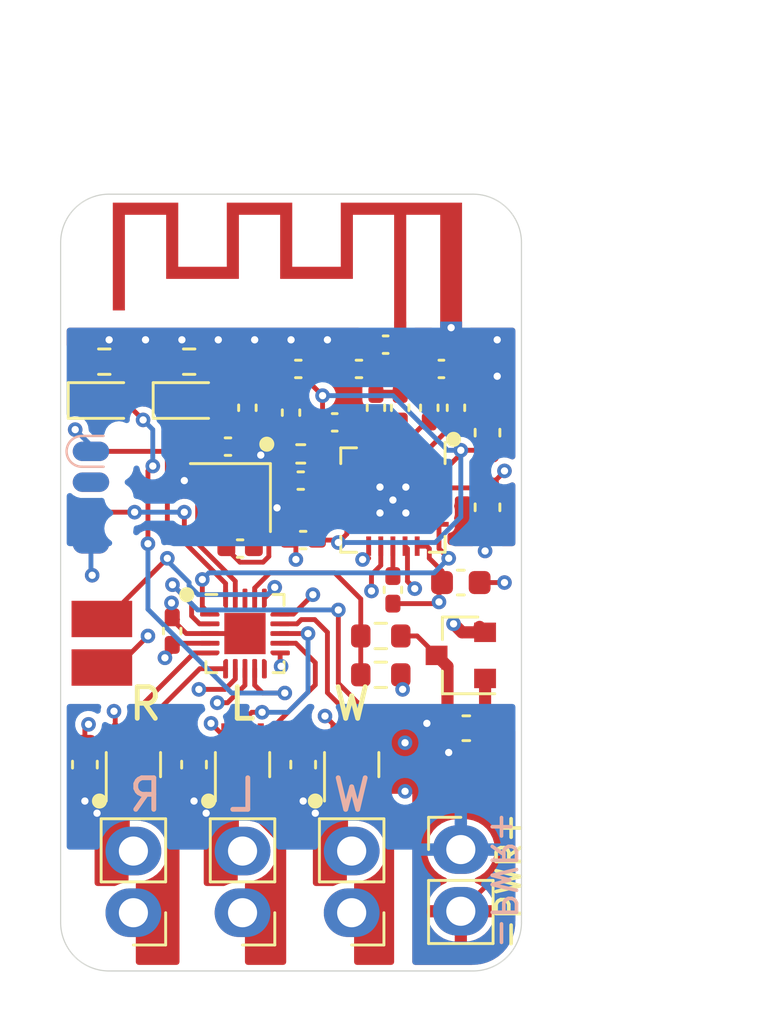
<source format=kicad_pcb>
(kicad_pcb (version 20201220) (generator pcbnew)
  (title_block (title "Malenki-nano XS") (date "2020-04-27"))
  (layers (0 "F.Cu" signal) (1 "In1.Cu" signal) (2 "In2.Cu" signal) (31 "B.Cu" signal) (34 "B.Paste" user) (35 "F.Paste" user) (36 "B.SilkS" user "B.Silkscreen") (37 "F.SilkS" user "F.Silkscreen") (38 "B.Mask" user) (39 "F.Mask" user) (44 "Edge.Cuts" user))
  (net 0 "")
  (net 1 "GND")
  (net 2 "/radio/ANT")
  (net 3 "VBAT")
  (net 4 "/radio/IMPMATCH")
  (net 5 "/radio/RFI")
  (net 6 "/radio/RFO")
  (net 7 "/radio/REGOA")
  (net 8 "/radio/VDA2")
  (net 9 "Net-(C14-Pad1)")
  (net 10 "Net-(C15-Pad1)")
  (net 11 "Net-(C16-Pad1)")
  (net 12 "Net-(C17-Pad1)")
  (net 13 "Net-(C18-Pad2)")
  (net 14 "Net-(C19-Pad1)")
  (net 15 "VLOGIC")
  (net 16 "Net-(C23-Pad1)")
  (net 17 "TXDEBUG")
  (net 18 "no_connect_45")
  (net 19 "UPDI")
  (net 20 "no_connect_42")
  (net 21 "no_connect_43")
  (net 22 "no_connect_44")
  (net 23 "WEAPON2")
  (net 24 "WEAPON3")
  (net 25 "Net-(J4-Pad2)")
  (net 26 "Net-(J4-Pad1)")
  (net 27 "Net-(J5-Pad2)")
  (net 28 "Net-(J5-Pad1)")
  (net 29 "Net-(J6-Pad2)")
  (net 30 "Net-(J6-Pad1)")
  (net 31 "Net-(D1-Pad1)")
  (net 32 "Net-(D2-Pad1)")
  (net 33 "VSENSE")
  (net 34 "no_connect_47")
  (net 35 "no_connect_46")
  (net 36 "GIO1")
  (net 37 "SPI_SDIO")
  (net 38 "SPI_SCK")
  (net 39 "SPI_SCS")
  (net 40 "no_connect_41")
  (net 41 "MOTOR1R")
  (net 42 "MOTOR2R")
  (net 43 "MOTOR2F")
  (net 44 "BLINKY")
  (net 45 "MOTOR3F")
  (net 46 "MOTOR3R")
  (net 47 "MOTOR1F")
  (footprint "Capacitor_SMD:C_0603_1608Metric" (layer "F.Cu") (at 98 73 90)
    (fp_text reference "C1" hide)
    (fp_text value "10uF" hide)
  )
  (footprint "Resistor_SMD:R_0603_1608Metric" (layer "F.Cu") (at 101.2 69.3)
    (fp_text reference "R4" hide)
    (fp_text value "10k" hide)
  )
  (footprint "Capacitor_SMD:C_0402_1005Metric_Pad0.74x0.62mm_HandSolder" (layer "F.Cu") (at 95.4 64.1)
    (fp_text reference "C14" hide)
    (fp_text value "22pF")
  )
  (footprint "Resistor_SMD:R_0603_1608Metric" (layer "F.Cu") (at 93.3 56.4)
    (fp_text reference "R2" hide)
    (fp_text value "1k" hide)
  )
  (footprint "Package_DFN_QFN:VQFN-20-1EP_3x3mm_P0.4mm_EP1.7x1.7mm" (layer "F.Cu") (at 95.6 67.6)
    (fp_text reference "U3" hide)
    (fp_text value "ATtiny1616-M")
  )
  (footprint "Capacitor_SMD:C_0402_1005Metric_Pad0.74x0.62mm_HandSolder" (layer "F.Cu") (at 94.9 59.9)
    (fp_text reference "C15" hide)
    (fp_text value "22pF")
  )
  (footprint "malenki-nano:wirepad_2" (layer "F.Cu") (at 89.7 68 -90)
    (fp_text reference "J3" hide)
    (fp_text value "Conn_01x02" hide)
  )
  (footprint "Inductor_SMD:L_0402_1005Metric_Pad0.77x0.64mm_HandSolder" (layer "F.Cu") (at 99.3 58.9 180)
    (fp_text reference "L3" hide)
    (fp_text value "4.7nH")
  )
  (footprint "LED_SMD:LED_0603_1608Metric" (layer "F.Cu") (at 93.3 58)
    (fp_text reference "D2" hide)
    (fp_text value "LED Red")
  )
  (footprint "Capacitor_SMD:C_0402_1005Metric_Pad0.74x0.62mm_HandSolder" (layer "F.Cu") (at 92.6 67.5 90)
    (fp_text reference "C4" hide)
    (fp_text value "100nF")
  )
  (footprint "Capacitor_SMD:C_0402_1005Metric_Pad0.74x0.62mm_HandSolder" (layer "F.Cu") (at 103.2 58.3 90)
    (fp_text reference "C17" hide)
    (fp_text value "100nF")
  )
  (footprint "Inductor_SMD:L_0402_1005Metric_Pad0.77x0.64mm_HandSolder" (layer "F.Cu") (at 103.7 56.7)
    (fp_text reference "L2" hide)
    (fp_text value "4.7nH")
  )
  (footprint "malenki-nano:PinHeader_1x02_P2.54mm_BIG1" (layer "F.Cu") (at 104.5 76.5)
    (fp_text reference "J1" hide)
    (fp_text value "Conn_01x02_Male-Connector" hide)
  )
  (footprint "Capacitor_SMD:C_0603_1608Metric" (layer "F.Cu") (at 93.5 73 90)
    (fp_text reference "C5" hide)
    (fp_text value "10uF" hide)
  )
  (footprint "Capacitor_SMD:C_0402_1005Metric_Pad0.74x0.62mm_HandSolder" (layer "F.Cu") (at 101 58.3 -90)
    (fp_text reference "C11" hide)
    (fp_text value "10pF")
  )
  (footprint "Capacitor_SMD:C_0402_1005Metric_Pad0.74x0.62mm_HandSolder" (layer "F.Cu") (at 104.3 58.3 90)
    (fp_text reference "C16" hide)
    (fp_text value "100nF")
  )
  (footprint "Inductor_SMD:L_0402_1005Metric_Pad0.77x0.64mm_HandSolder" (layer "F.Cu") (at 101.4 55.7 180)
    (fp_text reference "L1" hide)
    (fp_text value "2.7nH")
  )
  (footprint "malenki-nano:PinHeader_1x02_P2.54mm_BIG1" (layer "F.Cu") (at 100 79.1 180)
    (fp_text reference "J4" hide)
    (fp_text value "Conn_01x02_Male-Connector" hide)
  )
  (footprint "Capacitor_SMD:C_0402_1005Metric_Pad0.74x0.62mm_HandSolder" (layer "F.Cu") (at 98 63.75 180)
    (fp_text reference "C22" hide)
    (fp_text value "100nF")
  )
  (footprint "Capacitor_SMD:C_0402_1005Metric_Pad0.74x0.62mm_HandSolder" (layer "F.Cu") (at 97.5 58.5 90)
    (fp_text reference "C13" hide)
    (fp_text value "100nF")
  )
  (footprint "Capacitor_SMD:C_0603_1608Metric" (layer "F.Cu") (at 104.5 65.5 180)
    (fp_text reference "C3" hide)
    (fp_text value "10uF" hide)
  )
  (footprint "Capacitor_SMD:C_0603_1608Metric" (layer "F.Cu") (at 89 73 90)
    (fp_text reference "C6" hide)
    (fp_text value "10uF" hide)
  )
  (footprint "malenki-nano:WSON-8-1EP_2x2mm_P0.5mm_HAND1" (layer "F.Cu") (at 100 73 90)
    (fp_text reference "U4" hide)
    (fp_text value "DRV8837DSGR" hide)
  )
  (footprint "Capacitor_SMD:C_0603_1608Metric" (layer "F.Cu") (at 104.725 71.5)
    (fp_text reference "C2" hide)
    (fp_text value "10uF" hide)
  )
  (footprint "RF_Antenna:Texas_SWRA117D_2.4GHz_Left" (layer "F.Cu") (at 102 55)
    (fp_text reference "AE1" hide)
    (fp_text value "~")
  )
  (footprint "Capacitor_SMD:C_0603_1608Metric" (layer "F.Cu") (at 105.6 59.325 90)
    (fp_text reference "C20" hide)
    (fp_text value "2.2uF" hide)
  )
  (footprint "Capacitor_SMD:C_0402_1005Metric_Pad0.74x0.62mm_HandSolder" (layer "F.Cu") (at 97.8 56.7 180)
    (fp_text reference "C12" hide)
    (fp_text value "100nF")
  )
  (footprint "Capacitor_SMD:C_0402_1005Metric_Pad0.74x0.62mm_HandSolder" (layer "F.Cu") (at 101.7 65.8 -90)
    (fp_text reference "C23" hide)
    (fp_text value "100nF")
  )
  (footprint "Capacitor_SMD:C_0603_1608Metric" (layer "F.Cu") (at 105.6 62.4 -90)
    (fp_text reference "C21" hide)
    (fp_text value "2.2uF" hide)
  )
  (footprint "Resistor_SMD:R_0402_1005Metric_Pad0.72x0.64mm_HandSolder" (layer "F.Cu") (at 97.9 60.2)
    (fp_text reference "R5" hide)
    (fp_text value "200R")
  )
  (footprint "Capacitor_SMD:C_0402_1005Metric_Pad0.74x0.62mm_HandSolder" (layer "F.Cu") (at 102 58.3 -90)
    (fp_text reference "C10" hide)
    (fp_text value "22pF")
  )
  (footprint "Capacitor_SMD:C_0402_1005Metric_Pad0.74x0.62mm_HandSolder" (layer "F.Cu") (at 97.9 61.3)
    (fp_text reference "C18" hide)
    (fp_text value "560pF")
  )
  (footprint "malenki-nano:WSON-8-1EP_2x2mm_P0.5mm_HAND1" (layer "F.Cu") (at 95.5 73 90)
    (fp_text reference "U5" hide)
    (fp_text value "DRV8837DSGR" hide)
  )
  (footprint "Capacitor_SMD:C_0402_1005Metric_Pad0.74x0.62mm_HandSolder" (layer "F.Cu") (at 100.3 56.7 180)
    (fp_text reference "C9" hide)
    (fp_text value "1pF")
  )
  (footprint "Resistor_SMD:R_0603_1608Metric" (layer "F.Cu") (at 101.2 67.7 180)
    (fp_text reference "R3" hide)
    (fp_text value "33k" hide)
  )
  (footprint "Resistor_SMD:R_0603_1608Metric" (layer "F.Cu") (at 89.8 56.4)
    (fp_text reference "R1" hide)
    (fp_text value "1k" hide)
  )
  (footprint "malenki-nano:PinHeader_1x02_P2.54mm_BIG1" (layer "F.Cu") (at 91 79.1 180)
    (fp_text reference "J6" hide)
    (fp_text value "Conn_01x02_Male-Connector" hide)
  )
  (footprint "Capacitor_SMD:C_0402_1005Metric_Pad0.74x0.62mm_HandSolder" (layer "F.Cu") (at 95.7 58.3 90)
    (fp_text reference "C19" hide)
    (fp_text value "10nF")
  )
  (footprint "Crystal:Crystal_SMD_2520-4Pin_2.5x2.0mm" (layer "F.Cu") (at 95 62 180)
    (fp_text reference "Y1" hide)
    (fp_text value "16 Mhz 20ppm" hide)
  )
  (footprint "Package_TO_SOT_SMD:SOT-23" (layer "F.Cu") (at 104.5 68.5 180)
    (fp_text reference "U2" hide)
    (fp_text value "AIC1734-33GUTR" hide)
  )
  (footprint "malenki-nano:PinHeader_1x02_P2.54mm_BIG1" (layer "F.Cu") (at 95.5 79.1 180)
    (fp_text reference "J5" hide)
    (fp_text value "Conn_01x02_Male-Connector" hide)
  )
  (footprint "malenki-nano:WSON-8-1EP_2x2mm_P0.5mm_HAND1" (layer "F.Cu") (at 91 73 90)
    (fp_text reference "U6" hide)
    (fp_text value "DRV8837DSGR" hide)
  )
  (footprint "LED_SMD:LED_0603_1608Metric" (layer "F.Cu") (at 89.8 58)
    (fp_text reference "D1" hide)
    (fp_text value "LED Blue")
  )
  (footprint "malenki-nano:a7105-QFN-20" (layer "F.Cu") (at 101.7 62.1 -90)
    (fp_text reference "U1" hide)
    (fp_text value "A7105" hide)
  )
  (footprint "malenki-nano:SOIC_clipProgSmall" (layer "B.Cu") (at 88.5 62 90)
    (fp_text reference "J2" hide)
    (fp_text value "Conn_01x08_Male" hide)
  )
  (gr_circle (center 98.5 74.5) (end 98.75 74.5) (layer "F.SilkS") (width 0.12) (fill solid))
  (gr_circle (center 93.2 66) (end 93.45 66) (layer "F.SilkS") (width 0.12) (fill solid))
  (gr_circle (center 96.5 59.8) (end 96.75 59.8) (layer "F.SilkS") (width 0.12) (fill solid))
  (gr_circle (center 94.1 74.5) (end 94.35 74.5) (layer "F.SilkS") (width 0.12) (fill solid))
  (gr_circle (center 89.6 74.5) (end 89.85 74.5) (layer "F.SilkS") (width 0.12) (fill solid))
  (gr_circle (center 104.2 59.6) (end 104.45 59.6) (layer "F.SilkS") (width 0.12) (fill solid))
  (gr_arc (start 90 51.5) (end 90 49.5) (angle -90) (layer "Edge.Cuts") (width 0.05))
  (gr_line (start 90 49.5) (end 105 49.5) (layer "Edge.Cuts") (width 0.05))
  (gr_arc (start 90 79.5) (end 88 79.5) (angle -90) (layer "Edge.Cuts") (width 0.05))
  (gr_line (start 88 79.5) (end 88 51.5) (layer "Edge.Cuts") (width 0.05))
  (gr_line (start 105 81.5) (end 90 81.5) (layer "Edge.Cuts") (width 0.05))
  (gr_arc (start 105 79.5) (end 105 81.5) (angle -90) (layer "Edge.Cuts") (width 0.05))
  (gr_line (start 107 51.5) (end 107 79.5) (layer "Edge.Cuts") (width 0.05))
  (gr_arc (start 105 51.5) (end 107 51.5) (angle -90) (layer "Edge.Cuts") (width 0.05))
  (gr_text "-PWR+" (at 106.25 77.75 270) (layer "B.SilkS") (effects (font (size 1 1)) (justify mirror)))
  (gr_text "L" (at 95.5 74.25) (layer "B.SilkS") (effects (font (size 1.3 1.3) (thickness 0.2)) (justify mirror)))
  (gr_text "R" (at 91.5 74.25) (layer "B.SilkS") (effects (font (size 1.3 1.3) (thickness 0.2)) (justify mirror)))
  (gr_text "W" (at 100 74.25) (layer "B.SilkS") (effects (font (size 1.3 1.3) (thickness 0.2)) (justify mirror)))
  (gr_text "R" (at 91.5 70.5) (layer "F.SilkS") (effects (font (size 1.3 1.3) (thickness 0.2))))
  (gr_text "W" (at 100 70.5) (layer "F.SilkS") (effects (font (size 1.3 1.3) (thickness 0.2))))
  (gr_text "L" (at 95.5 70.5) (layer "F.SilkS") (effects (font (size 1.3 1.3) (thickness 0.2))))
  (gr_text "-PWR+" (at 106.5 77.8 90) (layer "F.SilkS") (effects (font (size 1 1))))
  (segment (start 102.025 69.825) (end 102.1 69.9) (width 0.2) (layer "F.Cu") (net 1))
  (segment (start 95.903568 59.9) (end 96.251784 60.248216) (width 0.2) (layer "F.Cu") (net 1))
  (segment (start 93.1 61.3) (end 94.125 61.3) (width 0.2) (layer "F.Cu") (net 1))
  (segment (start 96.075 62.7) (end 96.1 62.7) (width 0.2) (layer "F.Cu") (net 1))
  (segment (start 98 72.225) (end 98.775 73) (width 0.5) (layer "F.Cu") (net 1))
  (segment (start 100.75 74.2) (end 100.75 73.35) (width 0.2) (layer "F.Cu") (net 1))
  (segment (start 103.1 64) (end 102.7 64) (width 0.2) (layer "F.Cu") (net 1))
  (segment (start 97.67 64.52) (end 97.7 64.55) (width 0.2) (layer "F.Cu") (net 1))
  (segment (start 96.25 73.35) (end 95.9 73) (width 0.2) (layer "F.Cu") (net 1))
  (segment (start 100 73) (end 103.129913 73) (width 0.2) (layer "F.Cu") (net 1))
  (segment (start 103.2 64.1) (end 103.1 64) (width 0.2) (layer "F.Cu") (net 1))
  (segment (start 92.6 67.02) (end 92.6 66.366251) (width 0.2) (layer "F.Cu") (net 1))
  (segment (start 93.5 72.225) (end 94.275 73) (width 0.5) (layer "F.Cu") (net 1))
  (segment (start 97.7 64.0175) (end 97.4325 63.75) (width 0.2) (layer "F.Cu") (net 1))
  (segment (start 103.725 65.025) (end 103.2 64.5) (width 0.2) (layer "F.Cu") (net 1))
  (segment (start 106.05001 77.48999) (end 104.5 79.04) (width 0.2) (layer "F.Cu") (net 1))
  (segment (start 97.225 73) (end 98 72.225) (width 0.5) (layer "F.Cu") (net 1))
  (segment (start 89 71.490018) (end 89.15001 71.340008) (width 0.2) (layer "F.Cu") (net 1))
  (segment (start 101.7 66.3675) (end 103.5325 66.3675) (width 0.2) (layer "F.Cu") (net 1))
  (segment (start 94.15 67.6) (end 93.18 67.6) (width 0.2) (layer "F.Cu") (net 1))
  (segment (start 89 72.225) (end 89 71.490018) (width 0.2) (layer "F.Cu") (net 1))
  (segment (start 95.9 73) (end 95.5 73) (width 0.2) (layer "F.Cu") (net 1))
  (segment (start 89 72.225) (end 89.775 73) (width 0.5) (layer "F.Cu") (net 1))
  (segment (start 105.6 64.1) (end 105.5 64.2) (width 0.2) (layer "F.Cu") (net 1))
  (segment (start 94.275 73) (end 95.5 73) (width 0.2) (layer "F.Cu") (net 1))
  (segment (start 89.775 73) (end 91 73) (width 0.2) (layer "F.Cu") (net 1))
  (segment (start 92.6 66.366251) (end 92.571639 66.33789) (width 0.2) (layer "F.Cu") (net 1))
  (segment (start 103.129913 73) (end 106.05001 75.920097) (width 0.2) (layer "F.Cu") (net 1))
  (segment (start 103.725 65.5) (end 103.725 65.025) (width 0.2) (layer "F.Cu") (net 1))
  (segment (start 97.7 64.55) (end 97.7 64.0175) (width 0.2) (layer "F.Cu") (net 1))
  (segment (start 91.75 73.35) (end 91.4 73) (width 0.2) (layer "F.Cu") (net 1))
  (segment (start 95.4675 59.9) (end 95.903568 59.9) (width 0.2) (layer "F.Cu") (net 1))
  (segment (start 105.5 71.5) (end 105.5 75.370087) (width 0.2) (layer "F.Cu") (net 1))
  (segment (start 95.5 73) (end 97.225 73) (width 0.2) (layer "F.Cu") (net 1))
  (segment (start 95.875 62.7) (end 96.643282 62.7) (width 0.2) (layer "F.Cu") (net 1))
  (segment (start 103.6 66.3) (end 103.6 65.625) (width 0.2) (layer "F.Cu") (net 1))
  (segment (start 92.725 73) (end 93.5 72.225) (width 0.5) (layer "F.Cu") (net 1))
  (segment (start 96.643282 62.7) (end 96.921641 62.421641) (width 0.2) (layer "F.Cu") (net 1))
  (segment (start 103.6 65.625) (end 103.725 65.5) (width 0.2) (layer "F.Cu") (net 1))
  (segment (start 98.775 73) (end 100 73) (width 0.2) (layer "F.Cu") (net 1))
  (segment (start 105.6 63.175) (end 105.6 64.1) (width 0.2) (layer "F.Cu") (net 1))
  (segment (start 101.133334 61.6) (end 101.166667 61.566667) (width 0.2) (layer "F.Cu") (net 1))
  (segment (start 102.025 69.3) (end 102.025 69.825) (width 0.2) (layer "F.Cu") (net 1))
  (segment (start 105.5 75.370087) (end 106.05001 75.920097) (width 0.2) (layer "F.Cu") (net 1))
  (segment (start 91.4 73) (end 91 73) (width 0.2) (layer "F.Cu") (net 1))
  (segment (start 95.9675 62.7925) (end 95.875 62.7) (width 0.2) (layer "F.Cu") (net 1))
  (segment (start 94.15 67.6) (end 95.6 67.6) (width 0.2) (layer "F.Cu") (net 1))
  (segment (start 105.5 71.5) (end 105.5 69.45) (width 0.5) (layer "F.Cu") (net 1))
  (segment (start 96.251784 60.248216) (end 97.303568 61.3) (width 0.2) (layer "F.Cu") (net 1))
  (segment (start 96.25 74.2) (end 96.25 73.35) (width 0.2) (layer "F.Cu") (net 1))
  (segment (start 100.75 73.35) (end 100.4 73) (width 0.2) (layer "F.Cu") (net 1))
  (segment (start 97.303568 61.3) (end 97.3325 61.3) (width 0.2) (layer "F.Cu") (net 1))
  (segment (start 100.4 73) (end 100 73) (width 0.2) (layer "F.Cu") (net 1))
  (segment (start 103.5325 66.3675) (end 103.6 66.3) (width 0.2) (layer "F.Cu") (net 1))
  (segment (start 103.2 64.5) (end 103.2 64.1) (width 0.2) (layer "F.Cu") (net 1))
  (segment (start 91.75 74.2) (end 91.75 73.35) (width 0.2) (layer "F.Cu") (net 1))
  (segment (start 93.18 67.6) (end 92.6 67.02) (width 0.2) (layer "F.Cu") (net 1))
  (segment (start 92.6 67.02) (end 92.82 67.02) (width 0.2) (layer "F.Cu") (net 1))
  (segment (start 106.05001 75.920097) (end 106.05001 77.48999) (width 0.2) (layer "F.Cu") (net 1))
  (segment (start 99.8 61.6) (end 101.133334 61.6) (width 0.2) (layer "F.Cu") (net 1))
  (segment (start 95.9675 64.1) (end 95.9675 62.7925) (width 0.2) (layer "F.Cu") (net 1))
  (segment (start 91 73) (end 92.725 73) (width 0.2) (layer "F.Cu") (net 1))
  (via (at 89.15001 71.340008) (size 0.6) (drill 0.3) (layers "F.Cu" "B.Cu") (net 1))
  (via (at 102.2 74.1) (size 0.6) (drill 0.3) (layers "F.Cu" "B.Cu") (net 1))
  (via (at 92.571639 66.33789) (size 0.6) (drill 0.3) (layers "F.Cu" "B.Cu") (net 1))
  (via (at 106 55.5) (size 0.6) (drill 0.3) (layers "F.Cu" "B.Cu") (net 1))
  (via (at 97.5 55.5) (size 0.6) (drill 0.3) (layers "F.Cu" "B.Cu") (net 1))
  (via (at 96 55.5) (size 0.6) (drill 0.3) (layers "F.Cu" "B.Cu") (net 1))
  (via (at 90 55.5) (size 0.6) (drill 0.3) (layers "F.Cu" "B.Cu") (net 1))
  (via (at 97.7 64.55) (size 0.6) (drill 0.3) (layers "F.Cu" "B.Cu") (net 1))
  (via (at 106 57) (size 0.6) (drill 0.3) (layers "F.Cu" "B.Cu") (net 1))
  (via (at 93.1 61.3) (size 0.6) (drill 0.3) (layers "F.Cu" "B.Cu") (net 1))
  (via (at 89.3 65.2) (size 0.6) (drill 0.3) (layers "F.Cu" "B.Cu") (net 1))
  (via (at 102.2 72.1) (size 0.6) (drill 0.3) (layers "F.Cu" "B.Cu") (net 1))
  (via (at 96.921641 62.421641) (size 0.6) (drill 0.3) (layers "F.Cu" "B.Cu") (net 1))
  (via (at 99 55.5) (size 0.6) (drill 0.3) (layers "F.Cu" "B.Cu") (net 1))
  (via (at 91.5 55.5) (size 0.6) (drill 0.3) (layers "F.Cu" "B.Cu") (net 1))
  (via (at 105.5 64.2) (size 0.6) (drill 0.3) (layers "F.Cu" "B.Cu") (net 1))
  (via (at 96.251784 60.248216) (size 0.6) (drill 0.3) (layers "F.Cu" "B.Cu") (net 1))
  (via (at 102.1 69.9) (size 0.6) (drill 0.3) (layers "F.Cu" "B.Cu") (net 1))
  (via (at 103.6 66.3) (size 0.6) (drill 0.3) (layers "F.Cu" "B.Cu") (net 1))
  (via (at 93 55.5) (size 0.6) (drill 0.3) (layers "F.Cu" "B.Cu") (net 1))
  (via (at 94.5 55.5) (size 0.6) (drill 0.3) (layers "F.Cu" "B.Cu") (net 1))
  (segment (start 89.25 63.905) (end 89.25 65.15) (width 0.2) (layer "B.Cu") (net 1))
  (segment (start 89.25 62.635) (end 89.25 63.905) (width 0.2) (layer "B.Cu") (net 1))
  (segment (start 89.25 65.15) (end 89.3 65.2) (width 0.2) (layer "B.Cu") (net 1))
  (segment (start 101.9725 55.0275) (end 102 55) (width 0.35) (layer "F.Cu") (net 2))
  (segment (start 101.9725 55.7) (end 101.9725 55.0275) (width 0.35) (layer "F.Cu") (net 2))
  (segment (start 93.5 73.775) (end 93.5 74.5) (width 0.2) (layer "F.Cu") (net 3))
  (segment (start 93.5 73.775) (end 94.325 73.775) (width 0.2) (layer "F.Cu") (net 3))
  (segment (start 99.25 74.25) (end 98.5 75) (width 0.2) (layer "F.Cu") (net 3))
  (segment (start 103.3 71.5) (end 103.1 71.3) (width 0.2) (layer "F.Cu") (net 3))
  (segment (start 103.95 71.5) (end 103.95 68.95) (width 0.5) (layer "F.Cu") (net 3))
  (segment (start 103.95 71.5) (end 103.3 71.5) (width 0.2) (layer "F.Cu") (net 3))
  (segment (start 94.75 74.2) (end 94.75 74.25) (width 0.2) (layer "F.Cu") (net 3))
  (segment (start 98.825 73.775) (end 99.25 74.2) (width 0.2) (layer "F.Cu") (net 3))
  (segment (start 103.95 68.95) (end 103.5 68.5) (width 0.5) (layer "F.Cu") (net 3))
  (segment (start 103.95 72.45) (end 104 72.5) (width 0.2) (layer "F.Cu") (net 3))
  (segment (start 103.95 71.5) (end 103.95 72.45) (width 0.2) (layer "F.Cu") (net 3))
  (segment (start 102.025 67.7) (end 102.7 67.7) (width 0.2) (layer "F.Cu") (net 3))
  (segment (start 94.75 74.25) (end 94 75) (width 0.2) (layer "F.Cu") (net 3))
  (segment (start 89 73.775) (end 89 74.5) (width 0.2) (layer "F.Cu") (net 3))
  (segment (start 90.25 74.25) (end 89.5 75) (width 0.2) (layer "F.Cu") (net 3))
  (segment (start 102.7 67.7) (end 103.5 68.5) (width 0.2) (layer "F.Cu") (net 3))
  (segment (start 99.25 74.2) (end 99.25 74.25) (width 0.2) (layer "F.Cu") (net 3))
  (segment (start 98 73.775) (end 98 74.5) (width 0.2) (layer "F.Cu") (net 3))
  (segment (start 89 73.775) (end 89.825 73.775) (width 0.2) (layer "F.Cu") (net 3))
  (segment (start 89.825 73.775) (end 90.25 74.2) (width 0.2) (layer "F.Cu") (net 3))
  (segment (start 94.325 73.775) (end 94.75 74.2) (width 0.2) (layer "F.Cu") (net 3))
  (segment (start 98 73.775) (end 98.825 73.775) (width 0.2) (layer "F.Cu") (net 3))
  (segment (start 90.25 74.2) (end 90.25 74.25) (width 0.2) (layer "F.Cu") (net 3))
  (via (at 94 75) (size 0.6) (drill 0.3) (layers "F.Cu" "B.Cu") (net 3))
  (via (at 104 72.5) (size 0.6) (drill 0.3) (layers "F.Cu" "B.Cu") (net 3))
  (via (at 89.5 75) (size 0.6) (drill 0.3) (layers "F.Cu" "B.Cu") (net 3))
  (via (at 89 74.5) (size 0.6) (drill 0.3) (layers "F.Cu" "B.Cu") (net 3))
  (via (at 98.5 75) (size 0.6) (drill 0.3) (layers "F.Cu" "B.Cu") (net 3))
  (via (at 93.5 74.5) (size 0.6) (drill 0.3) (layers "F.Cu" "B.Cu") (net 3))
  (via (at 98 74.5) (size 0.6) (drill 0.3) (layers "F.Cu" "B.Cu") (net 3))
  (via (at 88.6 59.2) (size 0.6) (drill 0.3) (layers "F.Cu" "B.Cu") (net 3))
  (via (at 103.1 71.3) (size 0.6) (drill 0.3) (layers "F.Cu" "B.Cu") (net 3))
  (segment (start 103.4 73.15) (end 88.95 73.15) (width 0.2) (layer "B.Cu") (net 3))
  (segment (start 89.25 60.095) (end 89.25 59.85) (width 0.2) (layer "B.Cu") (net 3))
  (segment (start 104.5 74.25) (end 103.4 73.15) (width 0.2) (layer "B.Cu") (net 3))
  (segment (start 104.5 76.5) (end 104.5 74.25) (width 0.2) (layer "B.Cu") (net 3))
  (segment (start 89.25 59.85) (end 88.6 59.2) (width 0.2) (layer "B.Cu") (net 3))
  (segment (start 100.8675 56.7) (end 100.8675 55.74) (width 0.35) (layer "F.Cu") (net 4))
  (segment (start 103.0325 56.7) (end 102 57.7325) (width 0.35) (layer "F.Cu") (net 4))
  (segment (start 101 57.7325) (end 101 56.8325) (width 0.35) (layer "F.Cu") (net 4))
  (segment (start 103.1275 56.7) (end 103.0325 56.7) (width 0.35) (layer "F.Cu") (net 4))
  (segment (start 101 56.8325) (end 100.8675 56.7) (width 0.35) (layer "F.Cu") (net 4))
  (segment (start 102 57.7325) (end 101 57.7325) (width 0.35) (layer "F.Cu") (net 4))
  (segment (start 100.8675 55.74) (end 100.8275 55.7) (width 0.35) (layer "F.Cu") (net 4))
  (segment (start 101.7 59.1675) (end 102 58.8675) (width 0.3) (layer "F.Cu") (net 5))
  (segment (start 101.7 60.2) (end 101.7 59.1675) (width 0.3) (layer "F.Cu") (net 5))
  (segment (start 101.2 60.2) (end 101.2 59.0675) (width 0.3) (layer "F.Cu") (net 6))
  (segment (start 99.8725 58.9) (end 100.9675 58.9) (width 0.35) (layer "F.Cu") (net 6))
  (segment (start 101.2 59.0675) (end 101 58.8675) (width 0.3) (layer "F.Cu") (net 6))
  (segment (start 100.9675 58.9) (end 101 58.8675) (width 0.35) (layer "F.Cu") (net 6))
  (segment (start 105.55 60.05) (end 105.6 60.1) (width 0.2) (layer "F.Cu") (net 7))
  (segment (start 98.5675 63.75) (end 99.35 63.75) (width 0.2) (layer "F.Cu") (net 7))
  (segment (start 99.8 63.5) (end 99.8 63.1) (width 0.2) (layer "F.Cu") (net 7))
  (segment (start 98.8 57.8) (end 98.8 58.8275) (width 0.2) (layer "F.Cu") (net 7))
  (segment (start 99.35 63.75) (end 99.45 63.85) (width 0.2) (layer "F.Cu") (net 7))
  (segment (start 104.5 60.05) (end 104.5 60.2) (width 0.2) (layer "F.Cu") (net 7))
  (segment (start 104.5 60.2) (end 103.6 61.1) (width 0.2) (layer "F.Cu") (net 7))
  (segment (start 98.8 58.8275) (end 98.7275 58.9) (width 0.2) (layer "F.Cu") (net 7))
  (segment (start 104.5 60.05) (end 105.55 60.05) (width 0.2) (layer "F.Cu") (net 7))
  (segment (start 98.3675 57.3675) (end 98.8 57.8) (width 0.2) (layer "F.Cu") (net 7))
  (segment (start 98.3675 56.7) (end 98.3675 57.3675) (width 0.2) (layer "F.Cu") (net 7))
  (segment (start 99.45 63.85) (end 99.8 63.5) (width 0.2) (layer "F.Cu") (net 7))
  (via (at 104.5 60.05) (size 0.6) (drill 0.3) (layers "F.Cu" "B.Cu") (net 7))
  (via (at 98.8 57.8) (size 0.6) (drill 0.3) (layers "F.Cu" "B.Cu") (net 7))
  (via (at 99.45 63.85) (size 0.6) (drill 0.3) (layers "F.Cu" "B.Cu") (net 7))
  (segment (start 101.7 57.8) (end 98.8 57.8) (width 0.2) (layer "B.Cu") (net 7))
  (segment (start 104.5 62.8) (end 103.45 63.85) (width 0.2) (layer "B.Cu") (net 7))
  (segment (start 103.95 60.05) (end 101.7 57.8) (width 0.2) (layer "B.Cu") (net 7))
  (segment (start 104.5 60.05) (end 103.95 60.05) (width 0.2) (layer "B.Cu") (net 7))
  (segment (start 103.45 63.85) (end 99.45 63.85) (width 0.2) (layer "B.Cu") (net 7))
  (segment (start 104.5 60.05) (end 104.5 62.8) (width 0.2) (layer "B.Cu") (net 7))
  (segment (start 100.02001 59.52001) (end 97.95251 59.52001) (width 0.2) (layer "F.Cu") (net 8))
  (segment (start 100.7 60.2) (end 100.02001 59.52001) (width 0.2) (layer "F.Cu") (net 8))
  (segment (start 97.95251 59.52001) (end 97.5 59.0675) (width 0.2) (layer "F.Cu") (net 8))
  (segment (start 96.58501 63.536104) (end 96.58501 64.422762) (width 0.2) (layer "F.Cu") (net 9))
  (segment (start 95.39251 64.66001) (end 94.8325 64.1) (width 0.2) (layer "F.Cu") (net 9))
  (segment (start 99.8 62.6) (end 97.521114 62.6) (width 0.2) (layer "F.Cu") (net 9))
  (segment (start 94.72 64.1) (end 94.72 63.095) (width 0.2) (layer "F.Cu") (net 9))
  (segment (start 94.72 63.095) (end 94.325 62.7) (width 0.2) (layer "F.Cu") (net 9))
  (segment (start 97.521114 62.6) (end 96.58501 63.536104) (width 0.2) (layer "F.Cu") (net 9))
  (segment (start 96.58501 64.422762) (end 96.347762 64.66001) (width 0.2) (layer "F.Cu") (net 9))
  (segment (start 96.347762 64.66001) (end 95.39251 64.66001) (width 0.2) (layer "F.Cu") (net 9))
  (segment (start 96.446639 61.871639) (end 98.571639 61.871639) (width 0.2) (layer "F.Cu") (net 10))
  (segment (start 98.8 62.1) (end 99.8 62.1) (width 0.2) (layer "F.Cu") (net 10))
  (segment (start 95.875 61.3) (end 96.446639 61.871639) (width 0.2) (layer "F.Cu") (net 10))
  (segment (start 94.3325 59.9) (end 94.475 59.9) (width 0.2) (layer "F.Cu") (net 10))
  (segment (start 98.571639 61.871639) (end 98.8 62.1) (width 0.2) (layer "F.Cu") (net 10))
  (segment (start 94.475 59.9) (end 95.875 61.3) (width 0.2) (layer "F.Cu") (net 10))
  (segment (start 102.7 60.2) (end 102.9675 60.2) (width 0.2) (layer "F.Cu") (net 11))
  (segment (start 102.9675 60.2) (end 104.3 58.8675) (width 0.2) (layer "F.Cu") (net 11))
  (segment (start 102.2 60.2) (end 102.2 59.749998) (width 0.2) (layer "F.Cu") (net 12))
  (segment (start 102.2 59.749998) (end 103.082498 58.8675) (width 0.2) (layer "F.Cu") (net 12))
  (segment (start 103.082498 58.8675) (end 103.2 58.8675) (width 0.2) (layer "F.Cu") (net 12))
  (segment (start 99.8 61.1) (end 98.6675 61.1) (width 0.2) (layer "F.Cu") (net 13))
  (segment (start 98.4975 61.27) (end 98.4675 61.3) (width 0.2) (layer "F.Cu") (net 13))
  (segment (start 98.4975 60.2) (end 98.4975 61.27) (width 0.2) (layer "F.Cu") (net 13))
  (segment (start 98.6675 61.1) (end 98.4675 61.3) (width 0.2) (layer "F.Cu") (net 13))
  (segment (start 97.0325 60.2) (end 95.7 58.8675) (width 0.2) (layer "F.Cu") (net 14))
  (segment (start 97.3025 60.2) (end 97.0325 60.2) (width 0.2) (layer "F.Cu") (net 14))
  (segment (start 103.6 61.6) (end 105.575 61.6) (width 0.2) (layer "F.Cu") (net 15))
  (segment (start 105.275 67.325) (end 105.5 67.55) (width 0.5) (layer "F.Cu") (net 15))
  (segment (start 106.3 60.925) (end 105.6 61.625) (width 0.2) (layer "F.Cu") (net 15))
  (segment (start 106.3 65.5) (end 105.275 65.5) (width 0.2) (layer "F.Cu") (net 15))
  (segment (start 94.7 71.8) (end 94.2 71.3) (width 0.2) (layer "F.Cu") (net 15))
  (segment (start 99.75 71.8) (end 99.25 71.8) (width 0.2) (layer "F.Cu") (net 15))
  (segment (start 105.5 67.55) (end 104.55 67.55) (width 0.5) (layer "F.Cu") (net 15))
  (segment (start 90.75 71.8) (end 90.25 71.8) (width 0.2) (layer "F.Cu") (net 15))
  (segment (start 90.25 71.8) (end 90.25 70.85) (width 0.2) (layer "F.Cu") (net 15))
  (segment (start 92.6 67.98) (end 92.6 68.3) (width 0.2) (layer "F.Cu") (net 15))
  (segment (start 92.62 68) (end 94.15 68) (width 0.2) (layer "F.Cu") (net 15))
  (segment (start 106.3 60.9) (end 106.3 60.925) (width 0.2) (layer "F.Cu") (net 15))
  (segment (start 94.75 71.8) (end 94.7 71.8) (width 0.2) (layer "F.Cu") (net 15))
  (segment (start 105.575 61.6) (end 105.6 61.625) (width 0.2) (layer "F.Cu") (net 15))
  (segment (start 90.25 70.85) (end 90.2 70.8) (width 0.2) (layer "F.Cu") (net 15))
  (segment (start 92.6 67.98) (end 92.62 68) (width 0.2) (layer "F.Cu") (net 15))
  (segment (start 99.25 71.35) (end 98.9 71) (width 0.2) (layer "F.Cu") (net 15))
  (segment (start 95.25 71.8) (end 94.75 71.8) (width 0.2) (layer "F.Cu") (net 15))
  (segment (start 99.25 71.8) (end 99.25 71.35) (width 0.2) (layer "F.Cu") (net 15))
  (segment (start 104.55 67.55) (end 104.2 67.2) (width 0.5) (layer "F.Cu") (net 15))
  (segment (start 92.6 68.3) (end 92.3 68.6) (width 0.2) (layer "F.Cu") (net 15))
  (via (at 94.2 71.3) (size 0.6) (drill 0.3) (layers "F.Cu" "B.Cu") (net 15))
  (via (at 90.2 70.8) (size 0.6) (drill 0.3) (layers "F.Cu" "B.Cu") (net 15))
  (via (at 98.9 71) (size 0.6) (drill 0.3) (layers "F.Cu" "B.Cu") (net 15))
  (via (at 106.3 65.5) (size 0.6) (drill 0.3) (layers "F.Cu" "B.Cu") (net 15))
  (via (at 104.2 67.2) (size 0.6) (drill 0.3) (layers "F.Cu" "B.Cu") (net 15))
  (via (at 106.3 60.9) (size 0.6) (drill 0.3) (layers "F.Cu" "B.Cu") (net 15))
  (via (at 92.3 68.6) (size 0.6) (drill 0.3) (layers "F.Cu" "B.Cu") (net 15))
  (segment (start 101.7 65.2325) (end 101.7 64) (width 0.2) (layer "F.Cu") (net 16))
  (segment (start 92.4 59.6875) (end 94.0875 58) (width 0.2) (layer "F.Cu") (net 17))
  (segment (start 94.8 66.15) (end 94.8 65.53655) (width 0.2) (layer "F.Cu") (net 17))
  (segment (start 92.4 60.095) (end 92.4 59.6875) (width 0.2) (layer "F.Cu") (net 17))
  (segment (start 89.25 60.095) (end 92.4 60.095) (width 0.2) (layer "F.Cu") (net 17))
  (segment (start 92.4 63.13655) (end 92.4 59.6875) (width 0.2) (layer "F.Cu") (net 17))
  (segment (start 94.8 65.53655) (end 92.4 63.13655) (width 0.2) (layer "F.Cu") (net 17))
  (segment (start 89.285 62.6) (end 91.04999 62.6) (width 0.2) (layer "F.Cu") (net 19))
  (segment (start 93.1 63.34156) (end 93.1 62.6) (width 0.2) (layer "F.Cu") (net 19))
  (segment (start 95.2 65.44156) (end 93.1 63.34156) (width 0.2) (layer "F.Cu") (net 19))
  (segment (start 95.2 66.15) (end 95.2 65.44156) (width 0.2) (layer "F.Cu") (net 19))
  (segment (start 89.25 62.635) (end 89.285 62.6) (width 0.2) (layer "F.Cu") (net 19))
  (via (at 93.1 62.6) (size 0.6) (drill 0.3) (layers "F.Cu" "B.Cu") (net 19))
  (via (at 91.04999 62.6) (size 0.6) (drill 0.3) (layers "F.Cu" "B.Cu") (net 19))
  (segment (start 93.1 62.6) (end 91.04999 62.6) (width 0.2) (layer "B.Cu") (net 19))
  (segment (start 97.6 66.8) (end 98.4 66) (width 0.2) (layer "F.Cu") (net 23))
  (segment (start 90.3 69) (end 91.6 67.7) (width 0.2) (layer "F.Cu") (net 23))
  (segment (start 97.05 66.8) (end 97.6 66.8) (width 0.2) (layer "F.Cu") (net 23))
  (segment (start 89.7 69) (end 90.3 69) (width 0.2) (layer "F.Cu") (net 23))
  (via (at 91.6 67.7) (size 0.6) (drill 0.3) (layers "F.Cu" "B.Cu") (net 23))
  (via (at 98.4 66) (size 0.6) (drill 0.3) (layers "F.Cu" "B.Cu") (net 23))
  (segment (start 92.4 64.5) (end 89.9 67) (width 0.2) (layer "F.Cu") (net 24))
  (segment (start 96.4 66.15) (end 96.827015 65.722985) (width 0.2) (layer "F.Cu") (net 24))
  (segment (start 96.827015 65.722985) (end 96.827015 65.695152) (width 0.2) (layer "F.Cu") (net 24))
  (segment (start 89.9 67) (end 89.7 67) (width 0.2) (layer "F.Cu") (net 24))
  (via (at 96.827015 65.695152) (size 0.6) (drill 0.3) (layers "F.Cu" "B.Cu") (net 24))
  (via (at 92.4 64.5) (size 0.6) (drill 0.3) (layers "F.Cu" "B.Cu") (net 24))
  (segment (start 92.4 64.6) (end 93.295731 65.495731) (width 0.2) (layer "B.Cu") (net 24))
  (segment (start 93.295731 65.624116) (end 93.666766 65.995151) (width 0.2) (layer "B.Cu") (net 24))
  (segment (start 96.527016 65.995151) (end 96.827015 65.695152) (width 0.2) (layer "B.Cu") (net 24))
  (segment (start 93.295731 65.495731) (end 93.295731 65.624116) (width 0.2) (layer "B.Cu") (net 24))
  (segment (start 93.666766 65.995151) (end 96.527016 65.995151) (width 0.2) (layer "B.Cu") (net 24))
  (segment (start 92.4 64.5) (end 92.4 64.6) (width 0.2) (layer "B.Cu") (net 24))
  (segment (start 99.75 76.31) (end 100 76.56) (width 0.2) (layer "F.Cu") (net 25))
  (segment (start 99.75 74.2) (end 99.75 76.31) (width 0.2) (layer "F.Cu") (net 25))
  (segment (start 100.25 74.2) (end 100.25 74.713926) (width 0.2) (layer "F.Cu") (net 26))
  (segment (start 100.25 74.713926) (end 101.42501 75.888936) (width 0.2) (layer "F.Cu") (net 26))
  (segment (start 101.42501 75.888936) (end 101.42501 77.67499) (width 0.2) (layer "F.Cu") (net 26))
  (segment (start 101.42501 77.67499) (end 100 79.1) (width 0.2) (layer "F.Cu") (net 26))
  (segment (start 95.25 76.31) (end 95.5 76.56) (width 0.2) (layer "F.Cu") (net 27))
  (segment (start 95.25 74.2) (end 95.25 76.31) (width 0.2) (layer "F.Cu") (net 27))
  (segment (start 96.92501 76.031874) (end 96.92501 77.67499) (width 0.2) (layer "F.Cu") (net 28))
  (segment (start 96.92501 77.67499) (end 95.5 79.1) (width 0.2) (layer "F.Cu") (net 28))
  (segment (start 95.75 74.2) (end 95.75 74.856864) (width 0.2) (layer "F.Cu") (net 28))
  (segment (start 95.75 74.856864) (end 96.92501 76.031874) (width 0.2) (layer "F.Cu") (net 28))
  (segment (start 90.75 76.31) (end 91 76.56) (width 0.2) (layer "F.Cu") (net 29))
  (segment (start 90.75 74.2) (end 90.75 76.31) (width 0.2) (layer "F.Cu") (net 29))
  (segment (start 92.42501 75.888936) (end 92.42501 77.67499) (width 0.2) (layer "F.Cu") (net 30))
  (segment (start 91.25 74.713926) (end 92.42501 75.888936) (width 0.2) (layer "F.Cu") (net 30))
  (segment (start 91.25 74.2) (end 91.25 74.713926) (width 0.2) (layer "F.Cu") (net 30))
  (segment (start 92.42501 77.67499) (end 91 79.1) (width 0.2) (layer "F.Cu") (net 30))
  (segment (start 88.975 57.9625) (end 89.0125 58) (width 0.2) (layer "F.Cu") (net 31))
  (segment (start 88.975 56.4) (end 88.975 57.9625) (width 0.2) (layer "F.Cu") (net 31))
  (segment (start 92.475 57.9625) (end 92.5125 58) (width 0.2) (layer "F.Cu") (net 32))
  (segment (start 92.475 56.4) (end 92.475 57.9625) (width 0.2) (layer "F.Cu") (net 32))
  (segment (start 99.3 65.1) (end 100.375 66.175) (width 0.2) (layer "F.Cu") (net 33))
  (segment (start 96 66.15) (end 96 65.72572) (width 0.2) (layer "F.Cu") (net 33))
  (segment (start 100.375 69.3) (end 100.375 67.7) (width 0.2) (layer "F.Cu") (net 33))
  (segment (start 100.375 66.175) (end 100.375 67.7) (width 0.2) (layer "F.Cu") (net 33))
  (segment (start 96.62572 65.1) (end 99.3 65.1) (width 0.2) (layer "F.Cu") (net 33))
  (segment (start 96 65.72572) (end 96.62572 65.1) (width 0.2) (layer "F.Cu") (net 33))
  (segment (start 93.841337 66.491337) (end 93.841337 65.373371) (width 0.2) (layer "F.Cu") (net 36))
  (segment (start 94.15 66.8) (end 93.841337 66.491337) (width 0.2) (layer "F.Cu") (net 36))
  (segment (start 103.6 63.2) (end 103.6 63.1) (width 0.2) (layer "F.Cu") (net 36))
  (segment (start 103.6 64.1) (end 103.6 63.2) (width 0.2) (layer "F.Cu") (net 36))
  (segment (start 104 64.5) (end 103.6 64.1) (width 0.2) (layer "F.Cu") (net 36))
  (via (at 104 64.5) (size 0.6) (drill 0.3) (layers "F.Cu" "B.Cu") (net 36))
  (via (at 93.841337 65.373371) (size 0.6) (drill 0.3) (layers "F.Cu" "B.Cu") (net 36))
  (segment (start 103.4 65.1) (end 104 64.5) (width 0.2) (layer "B.Cu") (net 36))
  (segment (start 94.114708 65.1) (end 103.4 65.1) (width 0.2) (layer "B.Cu") (net 36))
  (segment (start 93.841337 65.373371) (end 94.114708 65.1) (width 0.2) (layer "B.Cu") (net 36))
  (segment (start 95.2 69.47428) (end 94.77428 69.9) (width 0.2) (layer "F.Cu") (net 37))
  (segment (start 102.300001 64.100001) (end 102.300001 65.449991) (width 0.2) (layer "F.Cu") (net 37))
  (segment (start 102.300001 65.449991) (end 102.6 65.74999) (width 0.2) (layer "F.Cu") (net 37))
  (segment (start 94.77428 69.9) (end 93.7 69.9) (width 0.2) (layer "F.Cu") (net 37))
  (segment (start 95.2 69.05) (end 95.2 69.47428) (width 0.2) (layer "F.Cu") (net 37))
  (segment (start 102.2 64) (end 102.300001 64.100001) (width 0.2) (layer "F.Cu") (net 37))
  (via (at 102.6 65.74999) (size 0.6) (drill 0.3) (layers "F.Cu" "B.Cu") (net 37))
  (via (at 93.7 69.9) (size 0.6) (drill 0.3) (layers "F.Cu" "B.Cu") (net 37))
  (segment (start 94.881759 70.45001) (end 94.457495 70.45001) (width 0.2) (layer "F.Cu") (net 38))
  (segment (start 95.6 69.731769) (end 94.881759 70.45001) (width 0.2) (layer "F.Cu") (net 38))
  (segment (start 100.816519 65.175709) (end 101.2 64.792228) (width 0.2) (layer "F.Cu") (net 38))
  (segment (start 95.6 69.05) (end 95.6 69.731769) (width 0.2) (layer "F.Cu") (net 38))
  (segment (start 100.816519 65.847017) (end 100.816519 65.175709) (width 0.2) (layer "F.Cu") (net 38))
  (segment (start 101.2 64.792228) (end 101.2 64) (width 0.2) (layer "F.Cu") (net 38))
  (via (at 100.816519 65.847017) (size 0.6) (drill 0.3) (layers "F.Cu" "B.Cu") (net 38))
  (via (at 94.457495 70.45001) (size 0.6) (drill 0.3) (layers "F.Cu" "B.Cu") (net 38))
  (segment (start 100.65001 64.54999) (end 100.44999 64.54999) (width 0.2) (layer "F.Cu") (net 39))
  (segment (start 97.05 68.4) (end 97.05 68.910226) (width 0.2) (layer "F.Cu") (net 39))
  (segment (start 97.05 68.910226) (end 97.089764 68.94999) (width 0.2) (layer "F.Cu") (net 39))
  (segment (start 100.7 64.5) (end 100.65001 64.54999) (width 0.2) (layer "F.Cu") (net 39))
  (via (at 97.089764 68.94999) (size 0.6) (drill 0.3) (layers "F.Cu" "B.Cu") (net 39))
  (via (at 100.44999 64.54999) (size 0.6) (drill 0.3) (layers "F.Cu" "B.Cu") (net 39))
  (segment (start 100.25 71.286074) (end 100.25 71.8) (width 0.2) (layer "F.Cu") (net 41))
  (segment (start 97.748998 67.2) (end 97.923999 67.024999) (width 0.2) (layer "F.Cu") (net 41))
  (segment (start 98.476001 67.024999) (end 99 67.548998) (width 0.2) (layer "F.Cu") (net 41))
  (segment (start 99 67.548998) (end 99 70.036074) (width 0.2) (layer "F.Cu") (net 41))
  (segment (start 99 70.036074) (end 100.25 71.286074) (width 0.2) (layer "F.Cu") (net 41))
  (segment (start 97.05 67.2) (end 97.748998 67.2) (width 0.2) (layer "F.Cu") (net 41))
  (segment (start 97.923999 67.024999) (end 98.476001 67.024999) (width 0.2) (layer "F.Cu") (net 41))
  (segment (start 98.2 67.6) (end 97.05 67.6) (width 0.2) (layer "F.Cu") (net 42))
  (segment (start 95.881803 70.842474) (end 96.306067 70.842474) (width 0.2) (layer "F.Cu") (net 42))
  (segment (start 95.75 70.974277) (end 95.881803 70.842474) (width 0.2) (layer "F.Cu") (net 42))
  (segment (start 95.75 71.8) (end 95.75 70.974277) (width 0.2) (layer "F.Cu") (net 42))
  (via (at 98.2 67.6) (size 0.6) (drill 0.3) (layers "F.Cu" "B.Cu") (net 42))
  (via (at 96.306067 70.842474) (size 0.6) (drill 0.3) (layers "F.Cu" "B.Cu") (net 42))
  (segment (start 97.37153 70.842474) (end 96.306067 70.842474) (width 0.2) (layer "B.Cu") (net 42))
  (segment (start 98.2 70.014004) (end 97.37153 70.842474) (width 0.2) (layer "B.Cu") (net 42))
  (segment (start 98.2 67.6) (end 98.2 70.014004) (width 0.2) (layer "B.Cu") (net 42))
  (segment (start 96.414002 71.8) (end 98.5 69.714002) (width 0.2) (layer "F.Cu") (net 43))
  (segment (start 98.5 69.714002) (end 98.5 68.8) (width 0.2) (layer "F.Cu") (net 43))
  (segment (start 96.25 71.8) (end 96.414002 71.8) (width 0.2) (layer "F.Cu") (net 43))
  (segment (start 97.7 68) (end 97.05 68) (width 0.2) (layer "F.Cu") (net 43))
  (segment (start 98.5 68.8) (end 97.7 68) (width 0.2) (layer "F.Cu") (net 43))
  (segment (start 96.325746 70.05001) (end 97.242814 70.05001) (width 0.2) (layer "F.Cu") (net 44))
  (segment (start 90.5875 58) (end 90.6 58) (width 0.2) (layer "F.Cu") (net 44))
  (segment (start 90.6 58) (end 91.4 58.8) (width 0.2) (layer "F.Cu") (net 44))
  (segment (start 91.6 60.9) (end 91.8 60.7) (width 0.2) (layer "F.Cu") (net 44))
  (segment (start 96 69.724264) (end 96.325746 70.05001) (width 0.2) (layer "F.Cu") (net 44))
  (segment (start 91.6 63.9) (end 91.6 60.9) (width 0.2) (layer "F.Cu") (net 44))
  (segment (start 96 69.05) (end 96 69.724264) (width 0.2) (layer "F.Cu") (net 44))
  (via (at 91.6 63.9) (size 0.6) (drill 0.3) (layers "F.Cu" "B.Cu") (net 44))
  (via (at 91.8 60.7) (size 0.6) (drill 0.3) (layers "F.Cu" "B.Cu") (net 44))
  (via (at 91.4 58.8) (size 0.6) (drill 0.3) (layers "F.Cu" "B.Cu") (net 44))
  (via (at 97.242814 70.05001) (size 0.6) (drill 0.3) (layers "F.Cu" "B.Cu") (net 44))
  (segment (start 91.8 59.2) (end 91.4 58.8) (width 0.2) (layer "B.Cu") (net 44))
  (segment (start 95.05001 70.05001) (end 97.242814 70.05001) (width 0.2) (layer "B.Cu") (net 44))
  (segment (start 91.8 60.7) (end 91.8 59.2) (width 0.2) (layer "B.Cu") (net 44))
  (segment (start 91.6 63.9) (end 91.6 66.6) (width 0.2) (layer "B.Cu") (net 44))
  (segment (start 91.6 66.6) (end 95.05001 70.05001) (width 0.2) (layer "B.Cu") (net 44))
  (segment (start 91.75 71.035996) (end 93.735996 69.05) (width 0.2) (layer "F.Cu") (net 45))
  (segment (start 93.735996 69.05) (end 94.8 69.05) (width 0.2) (layer "F.Cu") (net 45))
  (segment (start 91.75 71.8) (end 91.75 71.035996) (width 0.2) (layer "F.Cu") (net 45))
  (segment (start 93.5 68.4) (end 94.15 68.4) (width 0.2) (layer "F.Cu") (net 46))
  (segment (start 91.25 70.65) (end 93.5 68.4) (width 0.2) (layer "F.Cu") (net 46))
  (segment (start 91.25 71.8) (end 91.25 70.65) (width 0.2) (layer "F.Cu") (net 46))
  (segment (start 93.72572 67.2) (end 93.4 66.87428) (width 0.2) (layer "F.Cu") (net 47))
  (segment (start 94.15 67.2) (end 93.72572 67.2) (width 0.2) (layer "F.Cu") (net 47))
  (segment (start 100.75 71.8) (end 100.75 70.95) (width 0.2) (layer "F.Cu") (net 47))
  (segment (start 100.75 70.95) (end 99.45 69.65) (width 0.2) (layer "F.Cu") (net 47))
  (segment (start 99.45 69.65) (end 99.45 66.627832) (width 0.2) (layer "F.Cu") (net 47))
  (segment (start 93.4 66.377832) (end 92.611084 65.588916) (width 0.2) (layer "F.Cu") (net 47))
  (segment (start 93.4 66.87428) (end 93.4 66.377832) (width 0.2) (layer "F.Cu") (net 47))
  (via (at 99.45 66.627832) (size 0.6) (drill 0.3) (layers "F.Cu" "B.Cu") (net 47))
  (via (at 92.611084 65.588916) (size 0.6) (drill 0.3) (layers "F.Cu" "B.Cu") (net 47))
  (segment (start 92.611084 65.588916) (end 93.65 66.627832) (width 0.2) (layer "B.Cu") (net 47))
  (segment (start 93.65 66.627832) (end 99.45 66.627832) (width 0.2) (layer "B.Cu") (net 47))
  (zone (net 30) (net_name "Net-(J6-Pad1)") (layer "F.Cu") (connect_pads yes (clearance 0.25)) (min_thickness 0.254) (fill yes (thermal_gap 0.25) (thermal_bridge_width 0.5))
    (polygon (pts (xy 92.9 82.25) (xy 91.1 82.25) (xy 91.1 74.75) (xy 92.9 74.75)))
  )
  (zone (net 26) (net_name "Net-(J4-Pad1)") (layer "F.Cu") (connect_pads yes (clearance 0.25)) (min_thickness 0.254) (fill yes (thermal_gap 0.25) (thermal_bridge_width 0.5))
    (polygon (pts (xy 101.75 82.25) (xy 100.1 82.25) (xy 100.1 74.75) (xy 101.75 74.75)))
  )
  (zone (net 1) (net_name "GND") (layer "F.Cu") (connect_pads (clearance 0.25)) (min_thickness 0.254) (fill yes (thermal_gap 0.25) (thermal_bridge_width 0.5))
    (polygon (pts (xy 107 81.5) (xy 102.5 81.5) (xy 102.5 74.2) (xy 88 74.2) (xy 88 71.5) (xy 107 71.5)))
  )
  (zone (net 29) (net_name "Net-(J6-Pad2)") (layer "F.Cu") (connect_pads yes (clearance 0.25)) (min_thickness 0.254) (fill yes (thermal_gap 0.25) (thermal_bridge_width 0.5))
    (polygon (pts (xy 90.8 78) (xy 89.4 78) (xy 89.4 74.8) (xy 90.8 74.8)))
  )
  (zone (net 25) (net_name "Net-(J4-Pad2)") (layer "F.Cu") (connect_pads yes (clearance 0.25)) (min_thickness 0.254) (fill yes (thermal_gap 0.25) (thermal_bridge_width 0.5))
    (polygon (pts (xy 99.8 78) (xy 98.4 78) (xy 98.4 74.75) (xy 99.8 74.75)))
  )
  (zone (net 1) (net_name "GND") (layer "F.Cu") (connect_pads (clearance 0.25)) (min_thickness 0.254) (fill yes (thermal_gap 0.25) (thermal_bridge_width 0.5))
    (polygon (pts (xy 109 64) (xy 86 64) (xy 86 55) (xy 109 55)))
  )
  (zone (net 27) (net_name "Net-(J5-Pad2)") (layer "F.Cu") (connect_pads yes (clearance 0.25)) (min_thickness 0.254) (fill yes (thermal_gap 0.25) (thermal_bridge_width 0.5))
    (polygon (pts (xy 95.3 78) (xy 93.9 78) (xy 93.9 74.7) (xy 95.3 74.7)))
  )
  (zone (net 28) (net_name "Net-(J5-Pad1)") (layer "F.Cu") (connect_pads yes (clearance 0.25)) (min_thickness 0.254) (fill yes (thermal_gap 0.25) (thermal_bridge_width 0.5))
    (polygon (pts (xy 97.3 82.25) (xy 95.6 82.2) (xy 95.6 74.6) (xy 97.3 74.6)))
  )
  (zone (net 1) (net_name "GND") (layer "B.Cu") (connect_pads yes (clearance 0.25)) (min_thickness 0.254) (fill yes (thermal_gap 0.25) (thermal_bridge_width 0.5))
    (polygon (pts (xy 109.5 64) (xy 85.5 64) (xy 85.5 55) (xy 109.5 55)))
  )
  (zone (net 3) (net_name "VBAT") (layer "B.Cu") (connect_pads (clearance 0.25)) (min_thickness 0.254) (fill yes (thermal_gap 0.508) (thermal_bridge_width 0.508))
    (polygon (pts (xy 107 81.25) (xy 102.5 81.25) (xy 102.5 76.5) (xy 88 76.5) (xy 88 70.5) (xy 107 70.5)))
  )
)
</source>
